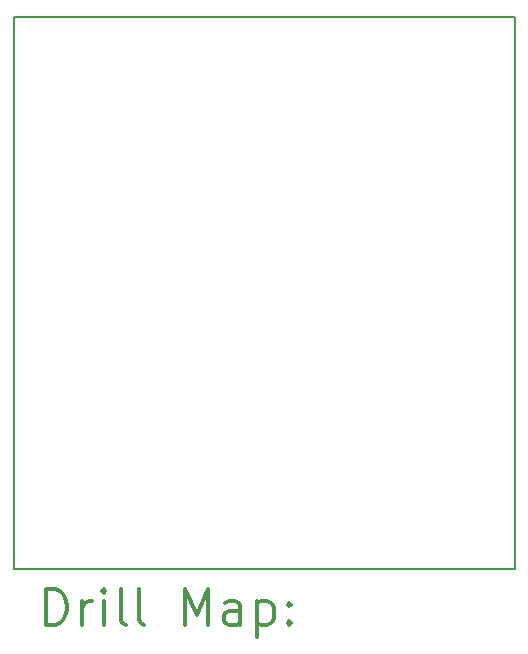
<source format=gbr>
%FSLAX45Y45*%
G04 Gerber Fmt 4.5, Leading zero omitted, Abs format (unit mm)*
G04 Created by KiCad (PCBNEW 5.0.2+dfsg1-1~bpo9+1) date ven. 05 juil. 2019 22:25:51 CEST*
%MOMM*%
%LPD*%
G01*
G04 APERTURE LIST*
%ADD10C,0.200000*%
%ADD11C,0.300000*%
G04 APERTURE END LIST*
D10*
X16929100Y-10833100D02*
X16929100Y-6159500D01*
X12687300Y-10833100D02*
X16929100Y-10833100D01*
X12687300Y-6159500D02*
X12687300Y-10833100D01*
X12687300Y-6159500D02*
X16929100Y-6159500D01*
D10*
D11*
X12963728Y-11308814D02*
X12963728Y-11008814D01*
X13035157Y-11008814D01*
X13078014Y-11023100D01*
X13106586Y-11051672D01*
X13120871Y-11080243D01*
X13135157Y-11137386D01*
X13135157Y-11180243D01*
X13120871Y-11237386D01*
X13106586Y-11265957D01*
X13078014Y-11294529D01*
X13035157Y-11308814D01*
X12963728Y-11308814D01*
X13263728Y-11308814D02*
X13263728Y-11108814D01*
X13263728Y-11165957D02*
X13278014Y-11137386D01*
X13292300Y-11123100D01*
X13320871Y-11108814D01*
X13349443Y-11108814D01*
X13449443Y-11308814D02*
X13449443Y-11108814D01*
X13449443Y-11008814D02*
X13435157Y-11023100D01*
X13449443Y-11037386D01*
X13463728Y-11023100D01*
X13449443Y-11008814D01*
X13449443Y-11037386D01*
X13635157Y-11308814D02*
X13606586Y-11294529D01*
X13592300Y-11265957D01*
X13592300Y-11008814D01*
X13792300Y-11308814D02*
X13763728Y-11294529D01*
X13749443Y-11265957D01*
X13749443Y-11008814D01*
X14135157Y-11308814D02*
X14135157Y-11008814D01*
X14235157Y-11223100D01*
X14335157Y-11008814D01*
X14335157Y-11308814D01*
X14606586Y-11308814D02*
X14606586Y-11151672D01*
X14592300Y-11123100D01*
X14563728Y-11108814D01*
X14506586Y-11108814D01*
X14478014Y-11123100D01*
X14606586Y-11294529D02*
X14578014Y-11308814D01*
X14506586Y-11308814D01*
X14478014Y-11294529D01*
X14463728Y-11265957D01*
X14463728Y-11237386D01*
X14478014Y-11208814D01*
X14506586Y-11194529D01*
X14578014Y-11194529D01*
X14606586Y-11180243D01*
X14749443Y-11108814D02*
X14749443Y-11408814D01*
X14749443Y-11123100D02*
X14778014Y-11108814D01*
X14835157Y-11108814D01*
X14863728Y-11123100D01*
X14878014Y-11137386D01*
X14892300Y-11165957D01*
X14892300Y-11251671D01*
X14878014Y-11280243D01*
X14863728Y-11294529D01*
X14835157Y-11308814D01*
X14778014Y-11308814D01*
X14749443Y-11294529D01*
X15020871Y-11280243D02*
X15035157Y-11294529D01*
X15020871Y-11308814D01*
X15006586Y-11294529D01*
X15020871Y-11280243D01*
X15020871Y-11308814D01*
X15020871Y-11123100D02*
X15035157Y-11137386D01*
X15020871Y-11151672D01*
X15006586Y-11137386D01*
X15020871Y-11123100D01*
X15020871Y-11151672D01*
M02*

</source>
